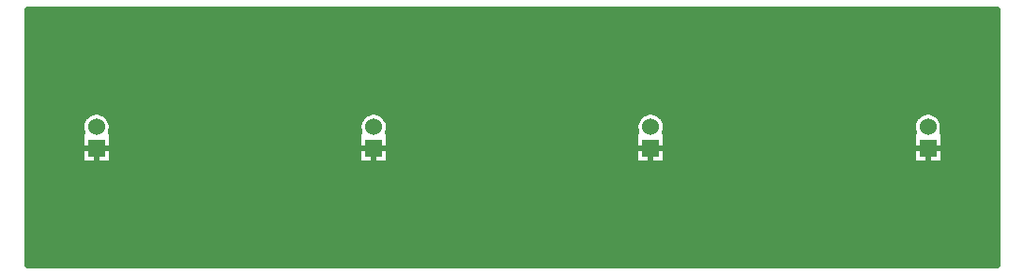
<source format=gbr>
G04 DipTrace 3.3.1.3*
G04 Bottom.gbr*
%MOIN*%
G04 #@! TF.FileFunction,Copper,L2,Bot*
G04 #@! TF.Part,Single*
G04 #@! TA.AperFunction,CopperBalancing*
%ADD14C,0.025*%
%ADD15C,0.02*%
G04 #@! TA.AperFunction,ComponentPad*
%ADD33C,0.06*%
%ADD34R,0.06X0.06*%
%FSLAX26Y26*%
G04*
G70*
G90*
G75*
G01*
G04 Bottom*
%LPD*%
X644940Y1313025D2*
D14*
X4079474D1*
X644940Y1288156D2*
X4079474D1*
X644940Y1263287D2*
X4079474D1*
X644940Y1238419D2*
X4079474D1*
X644940Y1213550D2*
X4079474D1*
X644940Y1188681D2*
X4079474D1*
X644940Y1163812D2*
X4079474D1*
X644940Y1138944D2*
X4079474D1*
X644940Y1114075D2*
X4079474D1*
X644940Y1089206D2*
X4079474D1*
X644940Y1064337D2*
X4079474D1*
X644940Y1039469D2*
X4079474D1*
X644940Y1014600D2*
X4079474D1*
X644940Y989731D2*
X4079474D1*
X644940Y964862D2*
X845054D1*
X926630D2*
X1829285D1*
X1910861D2*
X2813552D1*
X2895129D2*
X3797783D1*
X3879361D2*
X4079474D1*
X644940Y939993D2*
X829336D1*
X942311D2*
X1813604D1*
X1926543D2*
X2797870D1*
X2910810D2*
X3782102D1*
X3895077D2*
X4079474D1*
X644940Y915125D2*
X827434D1*
X944214D2*
X1811701D1*
X1928480D2*
X2795933D1*
X2912713D2*
X3780201D1*
X3896979D2*
X4079474D1*
X644940Y890256D2*
X826824D1*
X944823D2*
X1811092D1*
X1929055D2*
X2795323D1*
X2913322D2*
X3779591D1*
X3897589D2*
X4079474D1*
X644940Y865387D2*
X826824D1*
X944823D2*
X1811092D1*
X1929055D2*
X2795323D1*
X2913322D2*
X3779591D1*
X3897589D2*
X4079474D1*
X644940Y840518D2*
X826824D1*
X944823D2*
X1811092D1*
X1929055D2*
X2795323D1*
X2913322D2*
X3779591D1*
X3897589D2*
X4079474D1*
X644940Y815650D2*
X826824D1*
X944823D2*
X1811092D1*
X1929055D2*
X2795323D1*
X2913322D2*
X3779591D1*
X3897589D2*
X4079474D1*
X644940Y790781D2*
X4079474D1*
X644940Y765912D2*
X4079474D1*
X644940Y741043D2*
X4079474D1*
X644940Y716175D2*
X4079474D1*
X644940Y691306D2*
X4079474D1*
X644940Y666437D2*
X4079474D1*
X644940Y641568D2*
X4079474D1*
X644940Y616699D2*
X4079474D1*
X644940Y591831D2*
X4079474D1*
X644940Y566962D2*
X4079474D1*
X644940Y542093D2*
X4079474D1*
X644940Y517224D2*
X4079474D1*
X644940Y492356D2*
X4079474D1*
X644940Y467487D2*
X4079474D1*
X644940Y442618D2*
X4079474D1*
X3894900Y918895D2*
X3893514Y910139D1*
X3891920Y904814D1*
X3895075Y904819D1*
Y791835D1*
X3782091D1*
Y904819D1*
X3785213D1*
X3783651Y910139D1*
X3782265Y918895D1*
Y927759D1*
X3783651Y936514D1*
X3786391Y944945D1*
X3790415Y952844D1*
X3795626Y960016D1*
X3801894Y966283D1*
X3809066Y971495D1*
X3816965Y975518D1*
X3825395Y978259D1*
X3834151Y979644D1*
X3843014D1*
X3851770Y978259D1*
X3860201Y975518D1*
X3868100Y971495D1*
X3875272Y966283D1*
X3881539Y960016D1*
X3886751Y952844D1*
X3890774Y944945D1*
X3893514Y936514D1*
X3894900Y927759D1*
Y918895D1*
X2910648D2*
X2909262Y910139D1*
X2907668Y904814D1*
X2910823Y904819D1*
Y791835D1*
X2797839D1*
Y904819D1*
X2800961D1*
X2799399Y910139D1*
X2798013Y918895D1*
Y927759D1*
X2799399Y936514D1*
X2802139Y944945D1*
X2806163Y952844D1*
X2811374Y960016D1*
X2817642Y966283D1*
X2824814Y971495D1*
X2832713Y975518D1*
X2841143Y978259D1*
X2849899Y979644D1*
X2858762D1*
X2867518Y978259D1*
X2875949Y975518D1*
X2883848Y971495D1*
X2891020Y966283D1*
X2897287Y960016D1*
X2902499Y952844D1*
X2906522Y944945D1*
X2909262Y936514D1*
X2910648Y927759D1*
Y918895D1*
X1926396D2*
X1925010Y910139D1*
X1923416Y904814D1*
X1926571Y904819D1*
Y791835D1*
X1813587D1*
Y904819D1*
X1816709D1*
X1815147Y910139D1*
X1813761Y918895D1*
Y927759D1*
X1815147Y936514D1*
X1817887Y944945D1*
X1821911Y952844D1*
X1827122Y960016D1*
X1833390Y966283D1*
X1840562Y971495D1*
X1848461Y975518D1*
X1856891Y978259D1*
X1865647Y979644D1*
X1874510D1*
X1883266Y978259D1*
X1891697Y975518D1*
X1899596Y971495D1*
X1906768Y966283D1*
X1913035Y960016D1*
X1918247Y952844D1*
X1922270Y944945D1*
X1925010Y936514D1*
X1926396Y927759D1*
Y918895D1*
X942144D2*
X940759Y910139D1*
X939164Y904814D1*
X942319Y904819D1*
Y791835D1*
X829335D1*
Y904819D1*
X832457D1*
X830895Y910139D1*
X829509Y918895D1*
Y927759D1*
X830895Y936514D1*
X833635Y944945D1*
X837659Y952844D1*
X842870Y960016D1*
X849138Y966283D1*
X856310Y971495D1*
X864209Y975518D1*
X872639Y978259D1*
X881395Y979644D1*
X890259D1*
X899014Y978259D1*
X907445Y975518D1*
X915344Y971495D1*
X922516Y966283D1*
X928783Y960016D1*
X933995Y952844D1*
X938018Y944945D1*
X940759Y936514D1*
X942144Y927759D1*
Y918895D1*
X642445Y433760D2*
X4082016D1*
X4081988Y1337921D1*
X642394Y1337894D1*
X642421Y433732D1*
X3838583Y848327D2*
D15*
Y791870D1*
X3782126Y848327D2*
X3895039D1*
X2854331D2*
Y791870D1*
X2797874Y848327D2*
X2910787D1*
X1870079D2*
Y791870D1*
X1813622Y848327D2*
X1926535D1*
X885827D2*
Y791870D1*
X829370Y848327D2*
X942283D1*
D33*
X3838583Y923327D3*
D34*
Y848327D3*
D33*
X2854331Y923327D3*
D34*
Y848327D3*
D33*
X1870079Y923327D3*
D34*
Y848327D3*
D33*
X885827Y923327D3*
D34*
Y848327D3*
M02*

</source>
